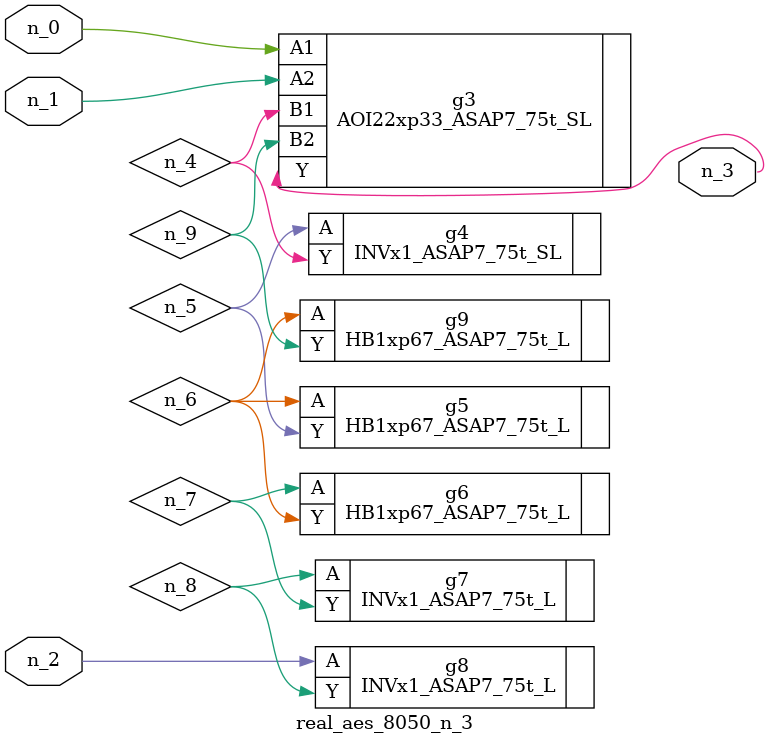
<source format=v>
module real_aes_8050_n_3 (n_0, n_2, n_1, n_3);
input n_0;
input n_2;
input n_1;
output n_3;
wire n_4;
wire n_5;
wire n_7;
wire n_9;
wire n_6;
wire n_8;
AOI22xp33_ASAP7_75t_SL g3 ( .A1(n_0), .A2(n_1), .B1(n_4), .B2(n_9), .Y(n_3) );
INVx1_ASAP7_75t_L g8 ( .A(n_2), .Y(n_8) );
INVx1_ASAP7_75t_SL g4 ( .A(n_5), .Y(n_4) );
HB1xp67_ASAP7_75t_L g5 ( .A(n_6), .Y(n_5) );
HB1xp67_ASAP7_75t_L g9 ( .A(n_6), .Y(n_9) );
HB1xp67_ASAP7_75t_L g6 ( .A(n_7), .Y(n_6) );
INVx1_ASAP7_75t_L g7 ( .A(n_8), .Y(n_7) );
endmodule
</source>
